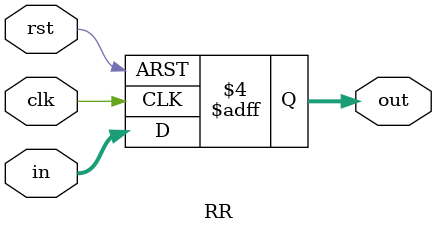
<source format=v>

`timescale 1ns / 1ps
`include "Control.v"
`include "Components.v"
`include "DataPath.v"
`include "PipelineRegisters.v"
module Top_tb;

    reg clk; // Clock signal
    reg reset; // Reset signal
    wire [15:0] writeData; // Data to be written
    wire [15:0] DataAdr; // Data memory address
    wire memwrite; // Memory write signal

    // Instantiate the Unit Under Test (UUT)
    Top uut (
        .clk(clk),
        .reset(reset),
        .writeData(writeData),
        .DataAdr(DataAdr),
        .memwrite(memwrite)
    );

    // Clock generation: toggle every 5ns for a 10ns period
    always #5 clk = ~clk;
    always begin
        #5;
        if (uut.instr == 16'b1111111111111111) begin
            $display("Successfully Exited");
            uut.imem.print_memory();
            uut.dmem.printMemory();
            $finish;
        end
        if(uut.instr == 0) begin
            $display("PC = %0b", uut.PC);
            $display("Invalid Instruction ..... Terminating!");
            uut.imem.print_memory();
            uut.dmem.printMemory();
            $finish;// Terminate the simulation
        end
    end 

    initial begin
        // Initialize signals
        clk = 0;
        reset = 0;

        // Dump waveforms to a VCD file
        $dumpfile("waveform.vcd"); // Specify VCD file name
        $dumpvars(0, Top_tb); // Dump all signals in the module hierarchy

        // Apply reset
        reset = 1; // Assert reset
        #10;
        reset = 0; // Deassert reset

        // Run simulation for a specified duration
        #5000; // Let the simulation run for 500ns
         // Print memory contents
            uut.imem.print_memory();
            uut.dmem.printMemory();
        

        $finish; // End simulation
    end
endmodule

module DecodeStage(
    input rst,
    input clk,
    input [15: 0] out1in, 
    input [15: 0] out2in,
    input [2: 0] wb1in,
    input [15: 0] extin,
    input forSignalIn,
    input writeRegIn,
    input [2: 0] aluControl,
    input BNEin,
    input IMMin,
    input branchIn,
    input writeMemoryIn,
    input loadIn,
    output [15: 0] out1out,
    output [15: 0] out2out,
    output [2: 0] wb1out,
    output [15: 0] extout,
    output forSignalOut,
    output writeRegOut,
    output [2: 0] aluControlOut,
    output BNEOut,
    output IMMOut,
    output branchOut,
    output writeMemoryOut,
    output loadOut
);


    reg [15: 0] out1out, out2out, wb1out, extout;
    reg forSignalOut, writeRegOut;
    reg [2: 0] aluControlOut;
    reg BNEOut, IMMOut, branchOut, writeMemoryOut, loadOut;


    always @ (posedge clk or posedge rst) begin
        if (rst) begin
            out1out = 16'h0000;
            out2out = 16'h0000;
            wb1out = 16'h0000;
            extout = 16'h0000;
            forSignal = 0;
            writeRegOut = 0;
            aluControlOut = 3'b000;
            BNEOut = 0;
            IMMOut = 0;
            branchOut = 0;
            writeMemoryOut = 0;
            loadOut = 0;
        end else begin
            out1out = out1in;
            out2out = out2in;
            wb1out = wb1in;
            extout = extin;
            forSignalIn = forSignalOut;
            writeRegOut = writeRegIn;
            aluControlOut = aluControl;
            BNEOut = BNEin;
            IMMOut = IMMin;
            branchOut = branchIn;
            writeMemoryOut = writeMemoryIn;
            loadOut = loadIn;
        end
    end
endmodule


module Top(input clk, 
    input reset, 
    output [15:0] writeData, 
    output [15: 0] DataAdr, 
    output memwrite); 
    wire [15:0] PC, instr, readData;
    MainProcessor p1(clk,reset, PC, instr, memwrite, readData, DataAdr, writeData);
    InstructionMemory imem(PC,instr);
    DataMemory dmem(DataAdr,writeData,memwrite,clk,readData);
endmodule

module MainProcessor(
    input clk, 
    input rst, 
    output [15:0] PC, 
    input [15:0] instr, 
    output WriteToMEM, 
    input [15:0] readData,
    output [15:0]AluOut, 
    output [15: 0] WriteData);

    wire ForSignal, UpdateRR, JMP, SelectPCSrc, Load, Rtype, Logical, WriteToReg,IMM, BNE,Branch;
    wire [2:0] AluControl;
    controller c(instr[15:12],instr[2:0],ForSignal, UpdateRR, JMP, SelectPCSrc, Load, Rtype, Logical, WriteToReg,IMM, BNE,Branch,WriteToMEM,AluControl);
    DataPath data(clk, rst, SelectPCSrc, ForSignal, UpdateRR, JMP, Load, Rtype, Logical, WriteToReg, IMM, BNE, Branch, WriteToMEM, AluControl, readData, instr, PC, AluOut, WriteData);

endmodule

module InstructionMemory(input [15:0] A, output reg [15:0] RD);

    reg [15:0] memory [0:63];  //memory has 64 locations and each cell is 16 bits

    initial begin
    $readmemb("Instruction.txt", memory); //this will read the file to initialize the memory
    end



    always @* begin
        RD = memory[A];
    end
    task print_memory;
    integer i;
    begin
        // Loop through all memory locations and print the content
        $display("\n----------Instruction Memory-----------------");
        for (i = 0; i < 64; i = i + 1) begin
              // Set the address to i
            #1;  // Wait for the memory to resolve
            $display("MemoryInstr[%0d] = %b", i,memory[i] );  // Print memory content
        end
        $display("----------------------------------------------");
    end
    endtask
endmodule


module DataMemory(input [15:0] A, input [15:0] WD, input WE, CLK, output reg [15:0] RD);

     reg [15:0] memory [0:63];  //memory has 64 locations and each cell is 16 bits

        initial begin  
        $readmemb("Data.txt", memory); //this will read the file to initialize the memory
        end
        always @(negedge CLK) begin
        RD = memory[A];  // Read memory at address A
        end

     always @ (posedge CLK) begin
         if (WE == 1)
             begin
                    memory[A] = WD;
             end
        end 
  // Task to print memory contents
    task printMemory;
        integer i;
        begin
            $display("\n----- Memory Contents -----");
            for (i = 0; i < 64; i = i + 1) begin
                $display("Memory[%0d] = %0d", i, $signed(memory[i]));
            end
            $display("---------------------------");
        end
    endtask

endmodule

module RR(
    input clk,
    input rst,
    input [15:0] in,
    output reg [15:0] out
);

    always @(posedge clk or posedge rst) begin
        if (rst) begin
            out <= 16'h0000;
        end else begin
            out <= in;
        end
    end
endmodule







</source>
